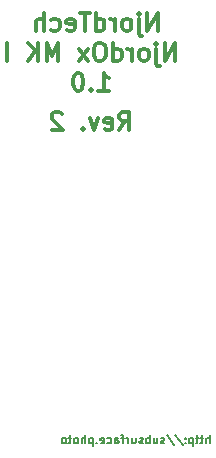
<source format=gbo>
G04 #@! TF.FileFunction,Legend,Bot*
%FSLAX46Y46*%
G04 Gerber Fmt 4.6, Leading zero omitted, Abs format (unit mm)*
G04 Created by KiCad (PCBNEW 4.0.5) date 04/29/17 21:11:23*
%MOMM*%
%LPD*%
G01*
G04 APERTURE LIST*
%ADD10C,0.100000*%
%ADD11C,0.300000*%
%ADD12C,0.175000*%
G04 APERTURE END LIST*
D10*
D11*
X195432856Y-120058571D02*
X195932856Y-119344286D01*
X196289999Y-120058571D02*
X196289999Y-118558571D01*
X195718571Y-118558571D01*
X195575713Y-118630000D01*
X195504285Y-118701429D01*
X195432856Y-118844286D01*
X195432856Y-119058571D01*
X195504285Y-119201429D01*
X195575713Y-119272857D01*
X195718571Y-119344286D01*
X196289999Y-119344286D01*
X194218571Y-119987143D02*
X194361428Y-120058571D01*
X194647142Y-120058571D01*
X194789999Y-119987143D01*
X194861428Y-119844286D01*
X194861428Y-119272857D01*
X194789999Y-119130000D01*
X194647142Y-119058571D01*
X194361428Y-119058571D01*
X194218571Y-119130000D01*
X194147142Y-119272857D01*
X194147142Y-119415714D01*
X194861428Y-119558571D01*
X193647142Y-119058571D02*
X193289999Y-120058571D01*
X192932857Y-119058571D01*
X192361428Y-119915714D02*
X192290000Y-119987143D01*
X192361428Y-120058571D01*
X192432857Y-119987143D01*
X192361428Y-119915714D01*
X192361428Y-120058571D01*
X190575714Y-118701429D02*
X190504285Y-118630000D01*
X190361428Y-118558571D01*
X190004285Y-118558571D01*
X189861428Y-118630000D01*
X189789999Y-118701429D01*
X189718571Y-118844286D01*
X189718571Y-118987143D01*
X189789999Y-119201429D01*
X190647142Y-120058571D01*
X189718571Y-120058571D01*
D12*
X203099997Y-146620667D02*
X203099997Y-145920667D01*
X202799997Y-146620667D02*
X202799997Y-146254000D01*
X202833331Y-146187333D01*
X202899997Y-146154000D01*
X202999997Y-146154000D01*
X203066664Y-146187333D01*
X203099997Y-146220667D01*
X202566664Y-146154000D02*
X202299998Y-146154000D01*
X202466664Y-145920667D02*
X202466664Y-146520667D01*
X202433331Y-146587333D01*
X202366664Y-146620667D01*
X202299998Y-146620667D01*
X202166664Y-146154000D02*
X201899998Y-146154000D01*
X202066664Y-145920667D02*
X202066664Y-146520667D01*
X202033331Y-146587333D01*
X201966664Y-146620667D01*
X201899998Y-146620667D01*
X201666664Y-146154000D02*
X201666664Y-146854000D01*
X201666664Y-146187333D02*
X201599998Y-146154000D01*
X201466664Y-146154000D01*
X201399998Y-146187333D01*
X201366664Y-146220667D01*
X201333331Y-146287333D01*
X201333331Y-146487333D01*
X201366664Y-146554000D01*
X201399998Y-146587333D01*
X201466664Y-146620667D01*
X201599998Y-146620667D01*
X201666664Y-146587333D01*
X201033331Y-146554000D02*
X200999998Y-146587333D01*
X201033331Y-146620667D01*
X201066665Y-146587333D01*
X201033331Y-146554000D01*
X201033331Y-146620667D01*
X201033331Y-146187333D02*
X200999998Y-146220667D01*
X201033331Y-146254000D01*
X201066665Y-146220667D01*
X201033331Y-146187333D01*
X201033331Y-146254000D01*
X200199998Y-145887333D02*
X200799998Y-146787333D01*
X199466665Y-145887333D02*
X200066665Y-146787333D01*
X199266666Y-146587333D02*
X199199999Y-146620667D01*
X199066666Y-146620667D01*
X198999999Y-146587333D01*
X198966666Y-146520667D01*
X198966666Y-146487333D01*
X198999999Y-146420667D01*
X199066666Y-146387333D01*
X199166666Y-146387333D01*
X199233332Y-146354000D01*
X199266666Y-146287333D01*
X199266666Y-146254000D01*
X199233332Y-146187333D01*
X199166666Y-146154000D01*
X199066666Y-146154000D01*
X198999999Y-146187333D01*
X198366665Y-146154000D02*
X198366665Y-146620667D01*
X198666665Y-146154000D02*
X198666665Y-146520667D01*
X198633332Y-146587333D01*
X198566665Y-146620667D01*
X198466665Y-146620667D01*
X198399999Y-146587333D01*
X198366665Y-146554000D01*
X198033332Y-146620667D02*
X198033332Y-145920667D01*
X198033332Y-146187333D02*
X197966666Y-146154000D01*
X197833332Y-146154000D01*
X197766666Y-146187333D01*
X197733332Y-146220667D01*
X197699999Y-146287333D01*
X197699999Y-146487333D01*
X197733332Y-146554000D01*
X197766666Y-146587333D01*
X197833332Y-146620667D01*
X197966666Y-146620667D01*
X198033332Y-146587333D01*
X197433333Y-146587333D02*
X197366666Y-146620667D01*
X197233333Y-146620667D01*
X197166666Y-146587333D01*
X197133333Y-146520667D01*
X197133333Y-146487333D01*
X197166666Y-146420667D01*
X197233333Y-146387333D01*
X197333333Y-146387333D01*
X197399999Y-146354000D01*
X197433333Y-146287333D01*
X197433333Y-146254000D01*
X197399999Y-146187333D01*
X197333333Y-146154000D01*
X197233333Y-146154000D01*
X197166666Y-146187333D01*
X196533332Y-146154000D02*
X196533332Y-146620667D01*
X196833332Y-146154000D02*
X196833332Y-146520667D01*
X196799999Y-146587333D01*
X196733332Y-146620667D01*
X196633332Y-146620667D01*
X196566666Y-146587333D01*
X196533332Y-146554000D01*
X196199999Y-146620667D02*
X196199999Y-146154000D01*
X196199999Y-146287333D02*
X196166666Y-146220667D01*
X196133333Y-146187333D01*
X196066666Y-146154000D01*
X195999999Y-146154000D01*
X195866666Y-146154000D02*
X195600000Y-146154000D01*
X195766666Y-146620667D02*
X195766666Y-146020667D01*
X195733333Y-145954000D01*
X195666666Y-145920667D01*
X195600000Y-145920667D01*
X195066666Y-146620667D02*
X195066666Y-146254000D01*
X195100000Y-146187333D01*
X195166666Y-146154000D01*
X195300000Y-146154000D01*
X195366666Y-146187333D01*
X195066666Y-146587333D02*
X195133333Y-146620667D01*
X195300000Y-146620667D01*
X195366666Y-146587333D01*
X195400000Y-146520667D01*
X195400000Y-146454000D01*
X195366666Y-146387333D01*
X195300000Y-146354000D01*
X195133333Y-146354000D01*
X195066666Y-146320667D01*
X194433333Y-146587333D02*
X194500000Y-146620667D01*
X194633333Y-146620667D01*
X194700000Y-146587333D01*
X194733333Y-146554000D01*
X194766667Y-146487333D01*
X194766667Y-146287333D01*
X194733333Y-146220667D01*
X194700000Y-146187333D01*
X194633333Y-146154000D01*
X194500000Y-146154000D01*
X194433333Y-146187333D01*
X193866667Y-146587333D02*
X193933333Y-146620667D01*
X194066667Y-146620667D01*
X194133333Y-146587333D01*
X194166667Y-146520667D01*
X194166667Y-146254000D01*
X194133333Y-146187333D01*
X194066667Y-146154000D01*
X193933333Y-146154000D01*
X193866667Y-146187333D01*
X193833333Y-146254000D01*
X193833333Y-146320667D01*
X194166667Y-146387333D01*
X193533333Y-146554000D02*
X193500000Y-146587333D01*
X193533333Y-146620667D01*
X193566667Y-146587333D01*
X193533333Y-146554000D01*
X193533333Y-146620667D01*
X193200000Y-146154000D02*
X193200000Y-146854000D01*
X193200000Y-146187333D02*
X193133334Y-146154000D01*
X193000000Y-146154000D01*
X192933334Y-146187333D01*
X192900000Y-146220667D01*
X192866667Y-146287333D01*
X192866667Y-146487333D01*
X192900000Y-146554000D01*
X192933334Y-146587333D01*
X193000000Y-146620667D01*
X193133334Y-146620667D01*
X193200000Y-146587333D01*
X192566667Y-146620667D02*
X192566667Y-145920667D01*
X192266667Y-146620667D02*
X192266667Y-146254000D01*
X192300001Y-146187333D01*
X192366667Y-146154000D01*
X192466667Y-146154000D01*
X192533334Y-146187333D01*
X192566667Y-146220667D01*
X191833334Y-146620667D02*
X191900001Y-146587333D01*
X191933334Y-146554000D01*
X191966668Y-146487333D01*
X191966668Y-146287333D01*
X191933334Y-146220667D01*
X191900001Y-146187333D01*
X191833334Y-146154000D01*
X191733334Y-146154000D01*
X191666668Y-146187333D01*
X191633334Y-146220667D01*
X191600001Y-146287333D01*
X191600001Y-146487333D01*
X191633334Y-146554000D01*
X191666668Y-146587333D01*
X191733334Y-146620667D01*
X191833334Y-146620667D01*
X191400001Y-146154000D02*
X191133335Y-146154000D01*
X191300001Y-145920667D02*
X191300001Y-146520667D01*
X191266668Y-146587333D01*
X191200001Y-146620667D01*
X191133335Y-146620667D01*
X190800001Y-146620667D02*
X190866668Y-146587333D01*
X190900001Y-146554000D01*
X190933335Y-146487333D01*
X190933335Y-146287333D01*
X190900001Y-146220667D01*
X190866668Y-146187333D01*
X190800001Y-146154000D01*
X190700001Y-146154000D01*
X190633335Y-146187333D01*
X190600001Y-146220667D01*
X190566668Y-146287333D01*
X190566668Y-146487333D01*
X190600001Y-146554000D01*
X190633335Y-146587333D01*
X190700001Y-146620667D01*
X190800001Y-146620667D01*
D11*
X193682857Y-116756571D02*
X194540000Y-116756571D01*
X194111428Y-116756571D02*
X194111428Y-115256571D01*
X194254285Y-115470857D01*
X194397143Y-115613714D01*
X194540000Y-115685143D01*
X193040000Y-116613714D02*
X192968572Y-116685143D01*
X193040000Y-116756571D01*
X193111429Y-116685143D01*
X193040000Y-116613714D01*
X193040000Y-116756571D01*
X192040000Y-115256571D02*
X191897143Y-115256571D01*
X191754286Y-115328000D01*
X191682857Y-115399429D01*
X191611428Y-115542286D01*
X191540000Y-115828000D01*
X191540000Y-116185143D01*
X191611428Y-116470857D01*
X191682857Y-116613714D01*
X191754286Y-116685143D01*
X191897143Y-116756571D01*
X192040000Y-116756571D01*
X192182857Y-116685143D01*
X192254286Y-116613714D01*
X192325714Y-116470857D01*
X192397143Y-116185143D01*
X192397143Y-115828000D01*
X192325714Y-115542286D01*
X192254286Y-115399429D01*
X192182857Y-115328000D01*
X192040000Y-115256571D01*
X200147143Y-114216571D02*
X200147143Y-112716571D01*
X199290000Y-114216571D01*
X199290000Y-112716571D01*
X198575714Y-113216571D02*
X198575714Y-114502286D01*
X198647143Y-114645143D01*
X198790000Y-114716571D01*
X198861428Y-114716571D01*
X198575714Y-112716571D02*
X198647143Y-112788000D01*
X198575714Y-112859429D01*
X198504286Y-112788000D01*
X198575714Y-112716571D01*
X198575714Y-112859429D01*
X197647142Y-114216571D02*
X197790000Y-114145143D01*
X197861428Y-114073714D01*
X197932857Y-113930857D01*
X197932857Y-113502286D01*
X197861428Y-113359429D01*
X197790000Y-113288000D01*
X197647142Y-113216571D01*
X197432857Y-113216571D01*
X197290000Y-113288000D01*
X197218571Y-113359429D01*
X197147142Y-113502286D01*
X197147142Y-113930857D01*
X197218571Y-114073714D01*
X197290000Y-114145143D01*
X197432857Y-114216571D01*
X197647142Y-114216571D01*
X196504285Y-114216571D02*
X196504285Y-113216571D01*
X196504285Y-113502286D02*
X196432857Y-113359429D01*
X196361428Y-113288000D01*
X196218571Y-113216571D01*
X196075714Y-113216571D01*
X194932857Y-114216571D02*
X194932857Y-112716571D01*
X194932857Y-114145143D02*
X195075714Y-114216571D01*
X195361428Y-114216571D01*
X195504286Y-114145143D01*
X195575714Y-114073714D01*
X195647143Y-113930857D01*
X195647143Y-113502286D01*
X195575714Y-113359429D01*
X195504286Y-113288000D01*
X195361428Y-113216571D01*
X195075714Y-113216571D01*
X194932857Y-113288000D01*
X193932857Y-112716571D02*
X193647143Y-112716571D01*
X193504285Y-112788000D01*
X193361428Y-112930857D01*
X193290000Y-113216571D01*
X193290000Y-113716571D01*
X193361428Y-114002286D01*
X193504285Y-114145143D01*
X193647143Y-114216571D01*
X193932857Y-114216571D01*
X194075714Y-114145143D01*
X194218571Y-114002286D01*
X194290000Y-113716571D01*
X194290000Y-113216571D01*
X194218571Y-112930857D01*
X194075714Y-112788000D01*
X193932857Y-112716571D01*
X192789999Y-114216571D02*
X192004285Y-113216571D01*
X192789999Y-113216571D02*
X192004285Y-114216571D01*
X190289999Y-114216571D02*
X190289999Y-112716571D01*
X189789999Y-113788000D01*
X189289999Y-112716571D01*
X189289999Y-114216571D01*
X188575713Y-114216571D02*
X188575713Y-112716571D01*
X187718570Y-114216571D02*
X188361427Y-113359429D01*
X187718570Y-112716571D02*
X188575713Y-113573714D01*
X185932856Y-114216571D02*
X185932856Y-112716571D01*
X198690857Y-111676571D02*
X198690857Y-110176571D01*
X197833714Y-111676571D01*
X197833714Y-110176571D01*
X197119428Y-110676571D02*
X197119428Y-111962286D01*
X197190857Y-112105143D01*
X197333714Y-112176571D01*
X197405142Y-112176571D01*
X197119428Y-110176571D02*
X197190857Y-110248000D01*
X197119428Y-110319429D01*
X197048000Y-110248000D01*
X197119428Y-110176571D01*
X197119428Y-110319429D01*
X196190856Y-111676571D02*
X196333714Y-111605143D01*
X196405142Y-111533714D01*
X196476571Y-111390857D01*
X196476571Y-110962286D01*
X196405142Y-110819429D01*
X196333714Y-110748000D01*
X196190856Y-110676571D01*
X195976571Y-110676571D01*
X195833714Y-110748000D01*
X195762285Y-110819429D01*
X195690856Y-110962286D01*
X195690856Y-111390857D01*
X195762285Y-111533714D01*
X195833714Y-111605143D01*
X195976571Y-111676571D01*
X196190856Y-111676571D01*
X195047999Y-111676571D02*
X195047999Y-110676571D01*
X195047999Y-110962286D02*
X194976571Y-110819429D01*
X194905142Y-110748000D01*
X194762285Y-110676571D01*
X194619428Y-110676571D01*
X193476571Y-111676571D02*
X193476571Y-110176571D01*
X193476571Y-111605143D02*
X193619428Y-111676571D01*
X193905142Y-111676571D01*
X194048000Y-111605143D01*
X194119428Y-111533714D01*
X194190857Y-111390857D01*
X194190857Y-110962286D01*
X194119428Y-110819429D01*
X194048000Y-110748000D01*
X193905142Y-110676571D01*
X193619428Y-110676571D01*
X193476571Y-110748000D01*
X192976571Y-110176571D02*
X192119428Y-110176571D01*
X192547999Y-111676571D02*
X192547999Y-110176571D01*
X191048000Y-111605143D02*
X191190857Y-111676571D01*
X191476571Y-111676571D01*
X191619428Y-111605143D01*
X191690857Y-111462286D01*
X191690857Y-110890857D01*
X191619428Y-110748000D01*
X191476571Y-110676571D01*
X191190857Y-110676571D01*
X191048000Y-110748000D01*
X190976571Y-110890857D01*
X190976571Y-111033714D01*
X191690857Y-111176571D01*
X189690857Y-111605143D02*
X189833714Y-111676571D01*
X190119428Y-111676571D01*
X190262286Y-111605143D01*
X190333714Y-111533714D01*
X190405143Y-111390857D01*
X190405143Y-110962286D01*
X190333714Y-110819429D01*
X190262286Y-110748000D01*
X190119428Y-110676571D01*
X189833714Y-110676571D01*
X189690857Y-110748000D01*
X189048000Y-111676571D02*
X189048000Y-110176571D01*
X188405143Y-111676571D02*
X188405143Y-110890857D01*
X188476572Y-110748000D01*
X188619429Y-110676571D01*
X188833714Y-110676571D01*
X188976572Y-110748000D01*
X189048000Y-110819429D01*
M02*

</source>
